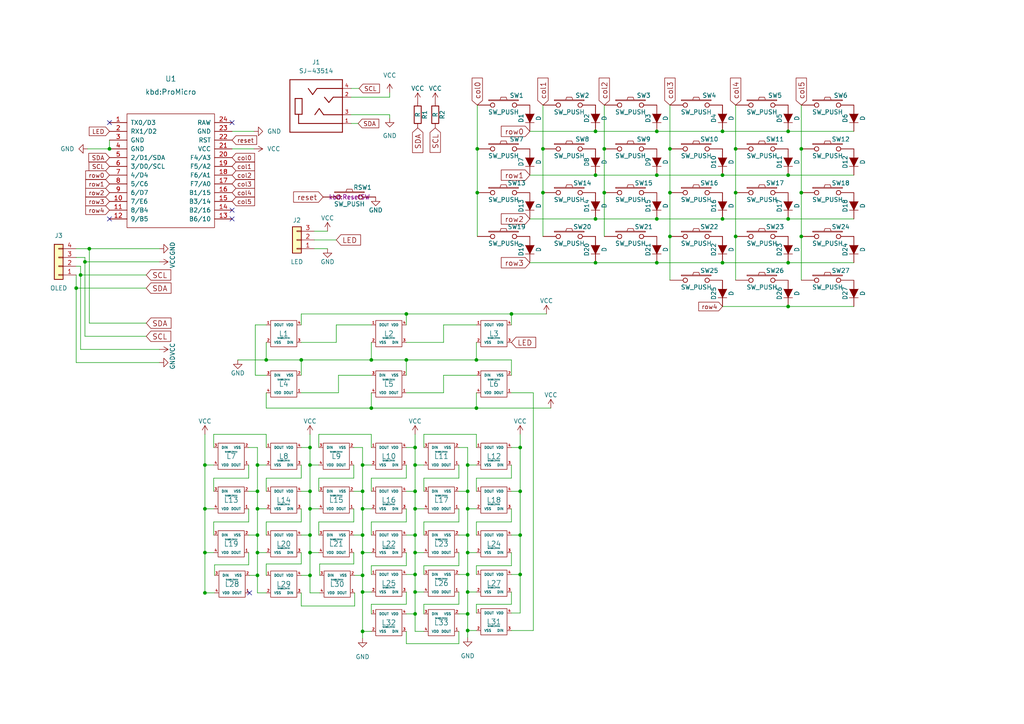
<source format=kicad_sch>
(kicad_sch (version 20211123) (generator eeschema)
  (paper "A4")
  (junction (at 228.6 76.2))
  (junction (at 105.156 142.494))
  (junction (at 138.43 55.88))
  (junction (at 77.216 104.394))
  (junction (at 228.6 38.1))
  (junction (at 175.26 43.18))
  (junction (at 209.55 63.5))
  (junction (at 148.336 91.059))
  (junction (at 135.636 142.494))
  (junction (at 209.55 50.8))
  (junction (at 172.72 76.2))
  (junction (at 120.396 142.494))
  (junction (at 105.156 134.874))
  (junction (at 89.916 147.574))
  (junction (at 209.55 38.1))
  (junction (at 232.41 68.58))
  (junction (at 59.436 147.574))
  (junction (at 213.36 55.88))
  (junction (at 194.31 43.18))
  (junction (at 228.6 50.8))
  (junction (at 105.156 155.194))
  (junction (at 74.676 142.494))
  (junction (at 120.396 160.274))
  (junction (at 23.368 79.756))
  (junction (at 190.5 50.8))
  (junction (at 157.48 55.88))
  (junction (at 74.676 134.874))
  (junction (at 138.176 118.364))
  (junction (at 172.72 38.1))
  (junction (at 107.696 104.394))
  (junction (at 87.376 104.394))
  (junction (at 228.6 63.5))
  (junction (at 190.5 38.1))
  (junction (at 25.908 72.136))
  (junction (at 89.916 134.874))
  (junction (at 138.176 104.394))
  (junction (at 150.876 142.494))
  (junction (at 105.156 160.274))
  (junction (at 89.916 160.274))
  (junction (at 105.156 183.134))
  (junction (at 213.36 68.58))
  (junction (at 232.41 43.18))
  (junction (at 172.72 50.8))
  (junction (at 135.636 178.054))
  (junction (at 59.436 171.958))
  (junction (at 209.55 76.2))
  (junction (at 24.638 75.946))
  (junction (at 117.856 91.059))
  (junction (at 120.396 147.574))
  (junction (at 105.156 171.704))
  (junction (at 135.636 182.88))
  (junction (at 117.856 104.394))
  (junction (at 228.6 88.9))
  (junction (at 190.5 63.5))
  (junction (at 120.396 171.704))
  (junction (at 22.098 83.566))
  (junction (at 89.916 166.878))
  (junction (at 74.676 147.574))
  (junction (at 89.916 129.794))
  (junction (at 135.636 134.874))
  (junction (at 135.636 155.194))
  (junction (at 74.676 155.194))
  (junction (at 74.676 160.274))
  (junction (at 150.876 166.624))
  (junction (at 135.636 171.704))
  (junction (at 150.876 129.794))
  (junction (at 213.36 43.18))
  (junction (at 120.396 129.794))
  (junction (at 59.436 160.274))
  (junction (at 120.396 166.624))
  (junction (at 120.396 134.874))
  (junction (at 120.396 178.054))
  (junction (at 135.636 160.274))
  (junction (at 107.696 118.364))
  (junction (at 31.75 43.18))
  (junction (at 175.26 55.88))
  (junction (at 190.5 76.2))
  (junction (at 120.396 155.194))
  (junction (at 59.436 134.874))
  (junction (at 157.48 43.18))
  (junction (at 105.156 147.574))
  (junction (at 172.72 63.5))
  (junction (at 150.876 155.194))
  (junction (at 138.43 43.18))
  (junction (at 89.916 142.494))
  (junction (at 232.41 55.88))
  (junction (at 194.31 55.88))
  (junction (at 135.636 147.574))
  (junction (at 74.676 166.878))
  (junction (at 105.156 166.878))
  (junction (at 135.636 166.624))
  (junction (at 89.916 155.194))
  (junction (at 194.31 68.58))
  (no_connect (at 72.39 171.958))
  (no_connect (at 67.31 35.56))
  (no_connect (at 67.31 63.5))
  (no_connect (at 67.31 60.96))
  (no_connect (at 31.75 63.5))
  (no_connect (at 31.75 35.56))
  (wire (pts (xy 77.216 125.984) (xy 61.976 125.984)))
  (wire (pts (xy 89.916 125.984) (xy 89.916 129.794)))
  (wire (pts (xy 138.176 104.394) (xy 148.336 104.394)))
  (wire (pts (xy 232.41 55.88) (xy 232.41 68.58)))
  (wire (pts (xy 22.098 105.156) (xy 46.228 105.156)))
  (wire (pts (xy 172.72 63.5) (xy 190.5 63.5)))
  (wire (pts (xy 22.098 79.756) (xy 22.098 83.566)))
  (wire (pts (xy 74.676 171.958) (xy 77.216 171.958)))
  (wire (pts (xy 77.216 118.364) (xy 107.696 118.364)))
  (wire (pts (xy 87.376 138.684) (xy 87.376 134.874)))
  (wire (pts (xy 117.856 175.26) (xy 107.696 175.26)))
  (wire (pts (xy 122.936 155.194) (xy 122.936 151.384)))
  (wire (pts (xy 120.396 171.704) (xy 120.396 178.054)))
  (wire (pts (xy 91.186 72.136) (xy 94.996 72.136)))
  (wire (pts (xy 148.336 175.26) (xy 138.176 175.26)))
  (wire (pts (xy 148.336 113.919) (xy 154.686 113.919)))
  (wire (pts (xy 190.5 50.8) (xy 209.55 50.8)))
  (wire (pts (xy 105.156 166.878) (xy 105.156 171.704)))
  (wire (pts (xy 74.676 134.874) (xy 74.676 142.494)))
  (wire (pts (xy 77.216 160.274) (xy 74.676 160.274)))
  (wire (pts (xy 105.156 155.194) (xy 105.156 160.274)))
  (wire (pts (xy 117.856 178.054) (xy 120.396 178.054)))
  (wire (pts (xy 228.6 38.1) (xy 247.65 38.1)))
  (wire (pts (xy 133.096 166.624) (xy 135.636 166.624)))
  (wire (pts (xy 77.216 163.576) (xy 77.216 166.878)))
  (wire (pts (xy 133.096 175.26) (xy 122.936 175.26)))
  (wire (pts (xy 107.696 113.919) (xy 107.696 118.364)))
  (wire (pts (xy 105.156 134.874) (xy 105.156 142.494)))
  (wire (pts (xy 22.098 77.216) (xy 23.368 77.216)))
  (wire (pts (xy 228.6 76.2) (xy 247.65 76.2)))
  (wire (pts (xy 89.916 142.494) (xy 89.916 147.574)))
  (wire (pts (xy 153.67 50.8) (xy 172.72 50.8)))
  (wire (pts (xy 135.636 182.88) (xy 135.636 184.912)))
  (wire (pts (xy 135.636 182.88) (xy 138.176 182.88)))
  (wire (pts (xy 72.136 151.384) (xy 72.136 147.574)))
  (wire (pts (xy 22.098 74.676) (xy 24.638 74.676)))
  (wire (pts (xy 59.436 147.574) (xy 59.436 160.274)))
  (wire (pts (xy 107.696 104.394) (xy 117.856 104.394)))
  (wire (pts (xy 148.336 151.384) (xy 148.336 147.574)))
  (wire (pts (xy 107.696 125.984) (xy 92.456 125.984)))
  (wire (pts (xy 135.636 171.704) (xy 135.636 178.054)))
  (wire (pts (xy 87.376 171.958) (xy 87.376 175.768)))
  (wire (pts (xy 87.376 163.576) (xy 77.216 163.576)))
  (wire (pts (xy 172.72 38.1) (xy 190.5 38.1)))
  (wire (pts (xy 120.396 155.194) (xy 120.396 160.274)))
  (wire (pts (xy 87.376 94.234) (xy 87.376 91.059)))
  (wire (pts (xy 77.216 134.874) (xy 74.676 134.874)))
  (wire (pts (xy 87.376 160.274) (xy 87.376 163.576)))
  (wire (pts (xy 135.636 178.054) (xy 135.636 182.88)))
  (wire (pts (xy 153.67 38.1) (xy 172.72 38.1)))
  (wire (pts (xy 72.136 142.494) (xy 74.676 142.494)))
  (wire (pts (xy 135.636 134.874) (xy 135.636 142.494)))
  (wire (pts (xy 77.216 151.384) (xy 87.376 151.384)))
  (wire (pts (xy 133.096 160.274) (xy 133.096 164.084)))
  (wire (pts (xy 175.26 55.88) (xy 175.26 68.58)))
  (wire (pts (xy 209.55 76.2) (xy 228.6 76.2)))
  (wire (pts (xy 105.156 183.134) (xy 107.696 183.134)))
  (wire (pts (xy 105.156 160.274) (xy 105.156 166.878)))
  (wire (pts (xy 107.696 164.084) (xy 107.696 166.624)))
  (wire (pts (xy 24.638 75.946) (xy 46.228 75.946)))
  (wire (pts (xy 232.41 30.48) (xy 232.41 43.18)))
  (wire (pts (xy 153.67 63.5) (xy 172.72 63.5)))
  (wire (pts (xy 117.856 166.624) (xy 120.396 166.624)))
  (wire (pts (xy 120.396 147.574) (xy 120.396 155.194)))
  (wire (pts (xy 172.72 50.8) (xy 190.5 50.8)))
  (wire (pts (xy 120.396 183.134) (xy 122.936 183.134)))
  (wire (pts (xy 194.31 43.18) (xy 194.31 55.88)))
  (wire (pts (xy 92.456 155.194) (xy 92.456 151.384)))
  (wire (pts (xy 107.696 129.794) (xy 107.696 125.984)))
  (wire (pts (xy 194.31 55.88) (xy 194.31 68.58)))
  (wire (pts (xy 72.136 160.274) (xy 72.136 163.83)))
  (wire (pts (xy 120.396 160.274) (xy 120.396 166.624)))
  (wire (pts (xy 77.216 94.234) (xy 74.041 94.234)))
  (wire (pts (xy 25.4 43.18) (xy 31.75 43.18)))
  (wire (pts (xy 24.638 74.676) (xy 24.638 75.946)))
  (wire (pts (xy 102.616 129.794) (xy 105.156 129.794)))
  (wire (pts (xy 77.216 129.794) (xy 77.216 125.984)))
  (wire (pts (xy 107.696 99.314) (xy 107.696 104.394)))
  (wire (pts (xy 74.676 166.878) (xy 74.676 171.958)))
  (wire (pts (xy 213.36 68.58) (xy 213.36 81.28)))
  (wire (pts (xy 59.436 160.274) (xy 61.976 160.274)))
  (wire (pts (xy 175.26 43.18) (xy 175.26 55.88)))
  (wire (pts (xy 102.616 160.274) (xy 102.616 163.576)))
  (wire (pts (xy 107.696 155.194) (xy 107.696 151.384)))
  (wire (pts (xy 135.636 129.794) (xy 135.636 134.874)))
  (wire (pts (xy 102.87 166.878) (xy 105.156 166.878)))
  (wire (pts (xy 117.856 104.394) (xy 138.176 104.394)))
  (wire (pts (xy 102.616 155.194) (xy 105.156 155.194)))
  (wire (pts (xy 107.696 94.234) (xy 97.536 94.234)))
  (wire (pts (xy 107.696 151.384) (xy 117.856 151.384)))
  (wire (pts (xy 72.136 155.194) (xy 74.676 155.194)))
  (wire (pts (xy 98.171 113.919) (xy 98.171 108.839)))
  (wire (pts (xy 62.23 163.83) (xy 62.23 166.878)))
  (wire (pts (xy 105.156 183.134) (xy 105.156 185.166)))
  (wire (pts (xy 68.961 104.394) (xy 77.216 104.394)))
  (wire (pts (xy 133.096 142.494) (xy 135.636 142.494)))
  (wire (pts (xy 59.436 160.274) (xy 59.436 171.958)))
  (wire (pts (xy 87.376 142.494) (xy 89.916 142.494)))
  (wire (pts (xy 128.651 94.234) (xy 128.651 99.314)))
  (wire (pts (xy 59.436 171.958) (xy 62.23 171.958)))
  (wire (pts (xy 148.336 164.084) (xy 148.336 160.274)))
  (wire (pts (xy 87.376 104.394) (xy 107.696 104.394)))
  (wire (pts (xy 102.616 142.494) (xy 105.156 142.494)))
  (wire (pts (xy 61.976 147.574) (xy 59.436 147.574)))
  (wire (pts (xy 213.36 30.48) (xy 213.36 43.18)))
  (wire (pts (xy 135.636 160.274) (xy 135.636 166.624)))
  (wire (pts (xy 148.336 166.624) (xy 150.876 166.624)))
  (wire (pts (xy 128.651 99.314) (xy 117.856 99.314)))
  (wire (pts (xy 157.48 43.18) (xy 157.48 55.88)))
  (wire (pts (xy 77.216 155.194) (xy 77.216 151.384)))
  (wire (pts (xy 148.336 94.234) (xy 148.336 91.059)))
  (wire (pts (xy 89.916 147.574) (xy 89.916 155.194)))
  (wire (pts (xy 74.676 155.194) (xy 74.676 160.274)))
  (wire (pts (xy 77.216 138.684) (xy 87.376 138.684)))
  (wire (pts (xy 133.096 129.794) (xy 135.636 129.794)))
  (wire (pts (xy 117.856 151.384) (xy 117.856 147.574)))
  (wire (pts (xy 24.638 97.536) (xy 42.418 97.536)))
  (wire (pts (xy 74.041 108.839) (xy 77.216 108.839)))
  (wire (pts (xy 122.936 125.984) (xy 122.936 129.794)))
  (wire (pts (xy 117.856 160.274) (xy 117.856 164.084)))
  (wire (pts (xy 209.55 50.8) (xy 228.6 50.8)))
  (wire (pts (xy 175.26 30.48) (xy 175.26 43.18)))
  (wire (pts (xy 148.336 104.394) (xy 148.336 108.839)))
  (wire (pts (xy 25.908 72.136) (xy 46.228 72.136)))
  (wire (pts (xy 67.31 38.1) (xy 73.66 38.1)))
  (wire (pts (xy 148.336 155.194) (xy 150.876 155.194)))
  (wire (pts (xy 133.096 151.384) (xy 133.096 147.574)))
  (wire (pts (xy 23.368 101.346) (xy 46.228 101.346)))
  (wire (pts (xy 92.456 147.574) (xy 89.916 147.574)))
  (wire (pts (xy 92.456 138.684) (xy 102.616 138.684)))
  (wire (pts (xy 209.55 38.1) (xy 228.6 38.1)))
  (wire (pts (xy 101.854 25.654) (xy 104.14 25.654)))
  (wire (pts (xy 101.854 33.274) (xy 113.03 33.274)))
  (wire (pts (xy 138.176 94.234) (xy 128.651 94.234)))
  (wire (pts (xy 89.916 160.274) (xy 92.456 160.274)))
  (wire (pts (xy 148.336 142.494) (xy 150.876 142.494)))
  (wire (pts (xy 228.6 88.9) (xy 247.65 88.9)))
  (wire (pts (xy 61.976 155.194) (xy 61.976 151.384)))
  (wire (pts (xy 61.976 125.984) (xy 61.976 129.794)))
  (wire (pts (xy 138.176 142.494) (xy 138.176 138.684)))
  (wire (pts (xy 117.856 171.704) (xy 117.856 175.26)))
  (wire (pts (xy 74.676 129.794) (xy 74.676 134.874)))
  (wire (pts (xy 150.876 129.794) (xy 150.876 142.494)))
  (wire (pts (xy 25.908 72.136) (xy 25.908 93.726)))
  (wire (pts (xy 113.03 33.274) (xy 113.03 34.29)))
  (wire (pts (xy 87.376 155.194) (xy 89.916 155.194)))
  (wire (pts (xy 98.171 108.839) (xy 107.696 108.839)))
  (wire (pts (xy 150.876 142.494) (xy 150.876 155.194)))
  (wire (pts (xy 102.616 138.684) (xy 102.616 134.874)))
  (wire (pts (xy 122.936 164.084) (xy 122.936 166.624)))
  (wire (pts (xy 107.696 118.364) (xy 138.176 118.364)))
  (wire (pts (xy 113.03 26.924) (xy 113.03 28.194)))
  (wire (pts (xy 87.376 91.059) (xy 117.856 91.059)))
  (wire (pts (xy 190.5 76.2) (xy 209.55 76.2)))
  (wire (pts (xy 61.976 134.874) (xy 59.436 134.874)))
  (wire (pts (xy 22.098 83.566) (xy 42.418 83.566)))
  (wire (pts (xy 148.336 171.704) (xy 148.336 175.26)))
  (wire (pts (xy 102.616 163.576) (xy 92.71 163.576)))
  (wire (pts (xy 133.096 138.684) (xy 133.096 134.874)))
  (wire (pts (xy 138.176 134.874) (xy 135.636 134.874)))
  (wire (pts (xy 87.376 108.839) (xy 87.376 104.394)))
  (wire (pts (xy 102.87 175.768) (xy 102.87 171.958)))
  (wire (pts (xy 105.156 147.574) (xy 105.156 155.194)))
  (wire (pts (xy 74.041 94.234) (xy 74.041 108.839)))
  (wire (pts (xy 120.396 142.494) (xy 120.396 147.574)))
  (wire (pts (xy 24.638 75.946) (xy 24.638 97.536)))
  (wire (pts (xy 209.55 63.5) (xy 228.6 63.5)))
  (wire (pts (xy 150.876 125.984) (xy 150.876 129.794)))
  (wire (pts (xy 89.916 171.958) (xy 92.71 171.958)))
  (wire (pts (xy 138.176 164.084) (xy 138.176 166.624)))
  (wire (pts (xy 91.186 69.596) (xy 97.536 69.596)))
  (wire (pts (xy 89.916 166.878) (xy 89.916 171.958)))
  (wire (pts (xy 228.6 50.8) (xy 247.65 50.8)))
  (wire (pts (xy 122.936 142.494) (xy 122.936 138.684)))
  (wire (pts (xy 120.396 178.054) (xy 120.396 183.134)))
  (wire (pts (xy 92.71 163.576) (xy 92.71 166.878)))
  (wire (pts (xy 122.936 175.26) (xy 122.936 178.054)))
  (wire (pts (xy 89.916 160.274) (xy 89.916 166.878)))
  (wire (pts (xy 190.5 63.5) (xy 209.55 63.5)))
  (wire (pts (xy 133.096 178.054) (xy 135.636 178.054)))
  (wire (pts (xy 74.676 147.574) (xy 74.676 155.194)))
  (wire (pts (xy 117.856 186.69) (xy 117.856 183.134)))
  (wire (pts (xy 72.136 163.83) (xy 62.23 163.83)))
  (wire (pts (xy 133.096 164.084) (xy 122.936 164.084)))
  (wire (pts (xy 138.176 160.274) (xy 135.636 160.274)))
  (wire (pts (xy 138.176 99.314) (xy 138.176 104.394)))
  (wire (pts (xy 92.456 151.384) (xy 102.616 151.384)))
  (wire (pts (xy 107.696 142.494) (xy 107.696 138.684)))
  (wire (pts (xy 92.456 125.984) (xy 92.456 129.794)))
  (wire (pts (xy 105.156 142.494) (xy 105.156 147.574)))
  (wire (pts (xy 74.676 142.494) (xy 74.676 147.574)))
  (wire (pts (xy 107.696 134.874) (xy 105.156 134.874)))
  (wire (pts (xy 89.916 134.874) (xy 89.916 142.494)))
  (wire (pts (xy 105.156 129.794) (xy 105.156 134.874)))
  (wire (pts (xy 148.336 177.8) (xy 150.876 177.8)))
  (wire (pts (xy 97.536 99.314) (xy 87.376 99.314)))
  (wire (pts (xy 117.856 113.919) (xy 128.651 113.919)))
  (wire (pts (xy 107.696 147.574) (xy 105.156 147.574)))
  (wire (pts (xy 87.376 151.384) (xy 87.376 147.574)))
  (wire (pts (xy 67.31 43.18) (xy 73.66 43.18)))
  (wire (pts (xy 135.636 155.194) (xy 135.636 160.274)))
  (wire (pts (xy 150.876 155.194) (xy 150.876 166.624)))
  (wire (pts (xy 25.908 93.726) (xy 42.418 93.726)))
  (wire (pts (xy 22.098 83.566) (xy 22.098 105.156)))
  (wire (pts (xy 138.176 138.684) (xy 148.336 138.684)))
  (wire (pts (xy 138.43 43.18) (xy 138.43 55.88)))
  (wire (pts (xy 77.216 104.394) (xy 87.376 104.394)))
  (wire (pts (xy 120.396 166.624) (xy 120.396 171.704)))
  (wire (pts (xy 107.696 160.274) (xy 105.156 160.274)))
  (wire (pts (xy 232.41 43.18) (xy 232.41 55.88)))
  (wire (pts (xy 120.396 134.874) (xy 120.396 142.494)))
  (wire (pts (xy 77.216 113.919) (xy 77.216 118.364)))
  (wire (pts (xy 117.856 91.059) (xy 148.336 91.059)))
  (wire (pts (xy 92.456 142.494) (xy 92.456 138.684)))
  (wire (pts (xy 23.368 77.216) (xy 23.368 79.756)))
  (wire (pts (xy 89.916 155.194) (xy 89.916 160.274)))
  (wire (pts (xy 117.856 155.194) (xy 120.396 155.194)))
  (wire (pts (xy 89.916 129.794) (xy 89.916 134.874)))
  (wire (pts (xy 135.636 166.624) (xy 135.636 171.704)))
  (wire (pts (xy 59.436 134.874) (xy 59.436 147.574)))
  (wire (pts (xy 77.216 99.314) (xy 77.216 104.394)))
  (wire (pts (xy 87.376 166.878) (xy 89.916 166.878)))
  (wire (pts (xy 157.48 55.88) (xy 157.48 68.58)))
  (wire (pts (xy 120.396 147.574) (xy 122.936 147.574)))
  (wire (pts (xy 148.336 138.684) (xy 148.336 134.874)))
  (wire (pts (xy 138.43 55.88) (xy 138.43 68.58)))
  (wire (pts (xy 61.976 138.684) (xy 72.136 138.684)))
  (wire (pts (xy 77.216 147.574) (xy 74.676 147.574)))
  (wire (pts (xy 194.31 68.58) (xy 194.31 81.28)))
  (wire (pts (xy 194.31 30.48) (xy 194.31 43.18)))
  (wire (pts (xy 72.136 138.684) (xy 72.136 134.874)))
  (wire (pts (xy 138.43 30.48) (xy 138.43 43.18)))
  (wire (pts (xy 148.336 129.794) (xy 150.876 129.794)))
  (wire (pts (xy 117.856 94.234) (xy 117.856 91.059)))
  (wire (pts (xy 105.156 171.704) (xy 105.156 183.134)))
  (wire (pts (xy 133.096 155.194) (xy 135.636 155.194)))
  (wire (pts (xy 122.936 138.684) (xy 133.096 138.684)))
  (wire (pts (xy 23.368 79.756) (xy 23.368 101.346)))
  (wire (pts (xy 77.216 142.494) (xy 77.216 138.684)))
  (wire (pts (xy 138.176 118.364) (xy 159.766 118.364)))
  (wire (pts (xy 61.976 151.384) (xy 72.136 151.384)))
  (wire (pts (xy 135.636 147.574) (xy 135.636 155.194)))
  (wire (pts (xy 232.41 68.58) (xy 232.41 81.28)))
  (wire (pts (xy 117.856 142.494) (xy 120.396 142.494)))
  (wire (pts (xy 117.856 129.794) (xy 120.396 129.794)))
  (wire (pts (xy 117.856 164.084) (xy 107.696 164.084)))
  (wire (pts (xy 120.396 171.704) (xy 122.936 171.704)))
  (wire (pts (xy 138.176 125.984) (xy 122.936 125.984)))
  (wire (pts (xy 87.376 129.794) (xy 89.916 129.794)))
  (wire (pts (xy 122.936 151.384) (xy 133.096 151.384)))
  (wire (pts (xy 97.536 94.234) (xy 97.536 99.314)))
  (wire (pts (xy 157.48 30.48) (xy 157.48 43.18)))
  (wire (pts (xy 128.651 113.919) (xy 128.651 108.839)))
  (wire (pts (xy 138.176 129.794) (xy 138.176 125.984)))
  (wire (pts (xy 153.67 76.2) (xy 172.72 76.2)))
  (wire (pts (xy 138.176 155.194) (xy 138.176 151.384)))
  (wire (pts (xy 72.39 166.878) (xy 74.676 166.878)))
  (wire (pts (xy 213.36 55.88) (xy 213.36 68.58)))
  (wire (pts (xy 120.396 160.274) (xy 122.936 160.274)))
  (wire (pts (xy 120.396 129.794) (xy 120.396 134.874)))
  (wire (pts (xy 61.976 142.494) (xy 61.976 138.684)))
  (wire (pts (xy 135.636 142.494) (xy 135.636 147.574)))
  (wire (pts (xy 138.176 147.574) (xy 135.636 147.574)))
  (wire (pts (xy 92.456 134.874) (xy 89.916 134.874)))
  (wire (pts (xy 133.096 186.69) (xy 117.856 186.69)))
  (wire (pts (xy 101.854 35.814) (xy 103.886 35.814)))
  (wire (pts (xy 154.686 113.919) (xy 154.686 182.88)))
  (wire (pts (xy 138.176 113.919) (xy 138.176 118.364)))
  (wire (pts (xy 138.176 151.384) (xy 148.336 151.384)))
  (wire (pts (xy 87.376 175.768) (xy 102.87 175.768)))
  (wire (pts (xy 72.136 129.794) (xy 74.676 129.794)))
  (wire (pts (xy 107.696 138.684) (xy 117.856 138.684)))
  (wire (pts (xy 138.176 175.26) (xy 138.176 177.8)))
  (wire (pts (xy 133.096 183.134) (xy 133.096 186.69)))
  (wire (pts (xy 117.856 138.684) (xy 117.856 134.874)))
  (wire (pts (xy 74.676 160.274) (xy 74.676 166.878)))
  (wire (pts (xy 228.6 63.5) (xy 247.65 63.5)))
  (wire (pts (xy 23.368 79.756) (xy 42.418 79.756)))
  (wire (pts (xy 120.396 125.984) (xy 120.396 129.794)))
  (wire (pts (xy 87.376 113.919) (xy 98.171 113.919)))
  (wire (pts (xy 31.75 40.64) (xy 31.75 43.18)))
  (wire (pts (xy 150.876 166.624) (xy 150.876 177.8)))
  (wire (pts (xy 91.186 67.056) (xy 94.996 67.056)))
  (wire (pts (xy 107.696 175.26) (xy 107.696 178.054)))
  (wire (pts (xy 128.651 108.839) (xy 138.176 108.839)))
  (wire (pts (xy 59.436 171.958) (xy 59.436 172.212)))
  (wire (pts (xy 148.336 182.88) (xy 154.686 182.88)))
  (wire (pts (xy 190.5 38.1) (xy 209.55 38.1)))
  (wire (pts (xy 120.396 134.874) (xy 122.936 134.874)))
  (wire (pts (xy 22.098 72.136) (xy 25.908 72.136)))
  (wire (pts (xy 117.856 108.839) (xy 117.856 104.394)))
  (wire (pts (xy 135.636 171.704) (xy 138.176 171.704)))
  (wire (pts (xy 133.096 171.704) (xy 133.096 175.26)))
  (wire (pts (xy 213.36 43.18) (xy 213.36 55.88)))
  (wire (pts (xy 148.336 91.059) (xy 158.496 91.059)))
  (wire (pts (xy 172.72 76.2) (xy 190.5 76.2)))
  (wire (pts (xy 148.336 164.084) (xy 138.176 164.084)))
  (wire (pts (xy 209.55 88.9) (xy 228.6 88.9)))
  (wire (pts (xy 101.854 28.194) (xy 113.03 28.194)))
  (wire (pts (xy 105.156 171.704) (xy 107.696 171.704)))
  (wire (pts (xy 59.436 125.984) (xy 59.436 134.874)))
  (wire (pts (xy 102.616 151.384) (xy 102.616 147.574)))
  (global_label "SCL" (shape input) (at 42.418 79.756 0) (effects (font (size 1.524 1.524))) (property "Intersheet References" "${INTERSHEET_REFS}" (effects hide)))
  (global_label "reset" (shape input) (at 67.31 40.64 0) (property "Intersheet References" "${INTERSHEET_REFS}" (effects hide)))
  (global_label "col4" (shape input) (at 213.36 30.48 90) (effects (font (size 1.524 1.524))) (property "Intersheet References" "${INTERSHEET_REFS}" (effects hide)))
  (global_label "SCL" (shape input) (at 31.75 48.26 180) (property "Intersheet References" "${INTERSHEET_REFS}" (effects hide)))
  (global_label "col5" (shape input) (at 67.31 58.42 0) (property "Intersheet References" "${INTERSHEET_REFS}" (effects hide)))
  (global_label "SDA" (shape input) (at 42.418 93.726 0) (effects (font (size 1.524 1.524))) (property "Intersheet References" "${INTERSHEET_REFS}" (effects hide)))
  (global_label "col2" (shape input) (at 175.26 30.48 90) (effects (font (size 1.524 1.524))) (property "Intersheet References" "${INTERSHEET_REFS}" (effects hide)))
  (global_label "row0" (shape input) (at 153.67 38.1 180) (effects (font (size 1.524 1.524))) (property "Intersheet References" "${INTERSHEET_REFS}" (effects hide)))
  (global_label "col3" (shape input) (at 67.31 53.34 0) (property "Intersheet References" "${INTERSHEET_REFS}" (effects hide)))
  (global_label "SCL" (shape input) (at 42.418 97.536 0) (effects (font (size 1.524 1.524))) (property "Intersheet References" "${INTERSHEET_REFS}" (effects hide)))
  (global_label "reset" (shape input) (at 93.726 57.15 180) (effects (font (size 1.524 1.524))) (property "Intersheet References" "${INTERSHEET_REFS}" (effects hide)))
  (global_label "row3" (shape input) (at 31.75 58.42 180) (property "Intersheet References" "${INTERSHEET_REFS}" (effects hide)))
  (global_label "SDA" (shape input) (at 42.418 83.566 0) (effects (font (size 1.524 1.524))) (property "Intersheet References" "${INTERSHEET_REFS}" (effects hide)))
  (global_label "row3" (shape input) (at 153.67 76.2 180) (effects (font (size 1.524 1.524))) (property "Intersheet References" "${INTERSHEET_REFS}" (effects hide)))
  (global_label "col1" (shape input) (at 157.48 30.48 90) (effects (font (size 1.524 1.524))) (property "Intersheet References" "${INTERSHEET_REFS}" (effects hide)))
  (global_label "row2" (shape input) (at 153.67 63.5 180) (effects (font (size 1.524 1.524))) (property "Intersheet References" "${INTERSHEET_REFS}" (effects hide)))
  (global_label "SCL" (shape input) (at 104.14 25.654 0) (property "Intersheet References" "${INTERSHEET_REFS}" (effects hide)))
  (global_label "LED" (shape input) (at 148.336 99.314 0) (effects (font (size 1.524 1.524))) (property "Intersheet References" "${INTERSHEET_REFS}" (effects hide)))
  (global_label "row4" (shape input) (at 31.75 60.96 180) (property "Intersheet References" "${INTERSHEET_REFS}" (effects hide)))
  (global_label "col5" (shape input) (at 232.41 30.48 90) (effects (font (size 1.524 1.524))) (property "Intersheet References" "${INTERSHEET_REFS}" (effects hide)))
  (global_label "col0" (shape input) (at 67.31 45.72 0) (property "Intersheet References" "${INTERSHEET_REFS}" (effects hide)))
  (global_label "col0" (shape input) (at 138.43 30.48 90) (effects (font (size 1.524 1.524))) (property "Intersheet References" "${INTERSHEET_REFS}" (effects hide)))
  (global_label "col2" (shape input) (at 67.31 50.8 0) (property "Intersheet References" "${INTERSHEET_REFS}" (effects hide)))
  (global_label "col4" (shape input) (at 67.31 55.88 0) (property "Intersheet References" "${INTERSHEET_REFS}" (effects hide)))
  (global_label "row4" (shape input) (at 209.55 88.9 180) (property "Intersheet References" "${INTERSHEET_REFS}" (effects hide)))
  (global_label "row1" (shape input) (at 31.75 53.34 180) (property "Intersheet References" "${INTERSHEET_REFS}" (effects hide)))
  (global_label "SDA" (shape input) (at 31.75 45.72 180) (property "Intersheet References" "${INTERSHEET_REFS}" (effects hide)))
  (global_label "row2" (shape input) (at 31.75 55.88 180) (property "Intersheet References" "${INTERSHEET_REFS}" (effects hide)))
  (global_label "row1" (shape input) (at 153.67 50.8 180) (effects (font (size 1.524 1.524))) (property "Intersheet References" "${INTERSHEET_REFS}" (effects hide)))
  (global_label "SDA" (shape input) (at 121.158 37.084 270) (effects (font (size 1.524 1.524))) (property "Intersheet References" "${INTERSHEET_REFS}" (effects hide)))
  (global_label "SCL" (shape input) (at 126.238 37.084 270) (effects (font (size 1.524 1.524))) (property "Intersheet References" "${INTERSHEET_REFS}" (effects hide)))
  (global_label "LED" (shape input) (at 31.75 38.1 180) (property "Intersheet References" "${INTERSHEET_REFS}" (effects hide)))
  (global_label "SDA" (shape input) (at 103.886 35.814 0) (property "Intersheet References" "${INTERSHEET_REFS}" (effects hide)))
  (global_label "col3" (shape input) (at 194.31 30.48 90) (effects (font (size 1.524 1.524))) (property "Intersheet References" "${INTERSHEET_REFS}" (effects hide)))
  (global_label "col1" (shape input) (at 67.31 48.26 0) (property "Intersheet References" "${INTERSHEET_REFS}" (effects hide)))
  (global_label "row0" (shape input) (at 31.75 50.8 180) (property "Intersheet References" "${INTERSHEET_REFS}" (effects hide)))
  (global_label "LED" (shape input) (at 97.536 69.596 0) (effects (font (size 1.524 1.524))) (property "Intersheet References" "${INTERSHEET_REFS}" (effects hide)))
  (symbol (lib_id "kbd:SK6812MINI") (at 112.776 111.379 180) (unit 1)
    (property "Reference" "L5" (at 112.776 111.379 0) (effects (font (size 1.4986 1.4986))))
    (property "Value" "SK6812MINI" (at 112.776 110.109 0) (effects (font (size 0.4064 0.4064))))
    (property "Footprint" "kbd:SK6812MINI_underglow_rev" (effects hide))
  )
  (symbol (lib_id "lets_split-rescue:SW_PUSH") (at 146.05 30.48 0) (unit 1)
    (property "Reference" "SW1" (at 149.86 27.686 0))
    (property "Value" "SW_PUSH" (at 146.05 32.512 0))
    (property "Footprint" "kbd:MX_ALPS_PG1350_noLed" (effects hide))
  )
  (symbol (lib_id "lets_split-rescue:SW_PUSH") (at 165.1 68.58 0) (unit 1)
    (property "Reference" "SW20" (at 168.91 65.786 0))
    (property "Value" "SW_PUSH" (at 165.1 70.612 0))
    (property "Footprint" "kbd:MX_ALPS_PG1350_noLed" (effects hide))
  )
  (symbol (lib_id "lets_split-rescue:D") (at 247.65 34.29 90) (unit 1)
    (property "Reference" "D6" (at 245.11 34.29 0))
    (property "Value" "D" (at 250.19 34.29 0))
    (property "Footprint" "kbd:D3_TH_SMD" (effects hide))
  )
  (symbol (lib_id "lets_split-rescue:SW_PUSH") (at 182.88 30.48 0) (unit 1)
    (property "Reference" "SW3" (at 186.69 27.686 0))
    (property "Value" "SW_PUSH" (at 182.88 32.512 0))
    (property "Footprint" "kbd:MX_ALPS_PG1350_noLed" (effects hide))
  )
  (symbol (lib_id "lets_split-rescue:D") (at 228.6 34.29 90) (unit 1)
    (property "Reference" "D5" (at 226.06 34.29 0))
    (property "Value" "D" (at 231.14 34.29 0))
    (property "Footprint" "kbd:D3_TH_SMD" (effects hide))
  )
  (symbol (lib_id "kbd:SK6812MINI") (at 97.536 145.034 180) (unit 1)
    (property "Reference" "L15" (at 97.536 145.034 0) (effects (font (size 1.4986 1.4986))))
    (property "Value" "SK6812MINI" (at 97.536 143.764 0) (effects (font (size 0.4064 0.4064))))
    (property "Footprint" "kbd:SK6812MINI_rev" (effects hide))
  )
  (symbol (lib_id "lets_split-rescue:D") (at 172.72 72.39 90) (unit 1)
    (property "Reference" "D20" (at 170.18 72.39 0))
    (property "Value" "D" (at 175.26 72.39 0))
    (property "Footprint" "kbd:D3_TH_SMD" (effects hide))
  )
  (symbol (lib_id "lets_split-rescue:D") (at 172.72 46.99 90) (unit 1)
    (property "Reference" "D8" (at 170.18 46.99 0))
    (property "Value" "D" (at 175.26 46.99 0))
    (property "Footprint" "kbd:D3_TH_SMD" (effects hide))
  )
  (symbol (lib_id "kbd:SK6812MINI") (at 143.256 96.774 0) (unit 1)
    (property "Reference" "L3" (at 143.256 96.774 0) (effects (font (size 1.4986 1.4986))))
    (property "Value" "SK6812MINI" (at 143.256 98.044 0) (effects (font (size 0.4064 0.4064))))
    (property "Footprint" "kbd:SK6812MINI_underglow_rev" (effects hide))
  )
  (symbol (lib_id "lets_split-rescue:D") (at 247.65 59.69 90) (unit 1)
    (property "Reference" "D18" (at 245.11 59.69 0))
    (property "Value" "D" (at 250.19 59.69 0))
    (property "Footprint" "kbd:D3_TH_SMD" (effects hide))
  )
  (symbol (lib_id "power:VCC") (at 159.766 118.364 0) (unit 1)
    (property "Reference" "#PWR0101" (effects hide))
    (property "Value" "VCC" (at 159.766 114.554 0))
  )
  (symbol (lib_id "lets_split-rescue:D") (at 153.67 59.69 90) (unit 1)
    (property "Reference" "D13" (at 151.13 59.69 0))
    (property "Value" "D" (at 156.21 59.69 0))
    (property "Footprint" "kbd:D3_TH_SMD" (effects hide))
  )
  (symbol (lib_id "lets_split-rescue:D") (at 190.5 59.69 90) (unit 1)
    (property "Reference" "D15" (at 187.96 59.69 0))
    (property "Value" "D" (at 193.04 59.69 0))
    (property "Footprint" "kbd:D3_TH_SMD" (effects hide))
  )
  (symbol (lib_id "kbd:SK6812MINI") (at 128.016 145.034 180) (unit 1)
    (property "Reference" "L17" (at 128.016 145.034 0) (effects (font (size 1.4986 1.4986))))
    (property "Value" "SK6812MINI" (at 128.016 143.764 0) (effects (font (size 0.4064 0.4064))))
    (property "Footprint" "kbd:SK6812MINI_rev" (effects hide))
  )
  (symbol (lib_id "kbd:SK6812MINI") (at 82.296 169.418 0) (unit 1)
    (property "Reference" "L29" (at 82.296 169.418 0) (effects (font (size 1.4986 1.4986))))
    (property "Value" "SK6812MINI" (at 82.296 170.688 0) (effects (font (size 0.4064 0.4064))))
    (property "Footprint" "kbd:SK6812MINI_rev" (effects hide))
  )
  (symbol (lib_id "lets_split-rescue:SW_PUSH") (at 240.03 55.88 0) (unit 1)
    (property "Reference" "SW18" (at 243.84 53.086 0))
    (property "Value" "SW_PUSH" (at 240.03 57.912 0))
    (property "Footprint" "kbd:MX_ALPS_PG1350_noLed" (effects hide))
  )
  (symbol (lib_id "lets_split-rescue:SW_PUSH") (at 146.05 43.18 0) (unit 1)
    (property "Reference" "SW7" (at 149.86 40.386 0))
    (property "Value" "SW_PUSH" (at 146.05 45.212 0))
    (property "Footprint" "kbd:MX_ALPS_PG1350_noLed" (effects hide))
  )
  (symbol (lib_id "corne-classic-cache:kbd{colon}SW_PUSH") (at 101.346 57.15 0) (unit 1)
    (property "Reference" "RSW1" (at 105.156 54.356 0))
    (property "Value" "SW_PUSH" (at 101.346 59.182 0))
    (property "Footprint" "kbd:ResetSW" (at 101.346 57.15 0))
  )
  (symbol (lib_id "power:VCC") (at 94.996 67.056 0) (unit 1)
    (property "Reference" "#PWR0117" (effects hide))
    (property "Value" "VCC" (at 94.996 63.246 0))
  )
  (symbol (lib_id "power:VCC") (at 121.158 29.464 0) (unit 1)
    (property "Reference" "#PWR0119" (effects hide))
    (property "Value" "VCC" (at 121.158 25.654 0))
  )
  (symbol (lib_id "power:GND") (at 94.996 72.136 0) (unit 1)
    (property "Reference" "#PWR0118" (effects hide))
    (property "Value" "GND" (at 94.996 75.946 0))
  )
  (symbol (lib_id "lets_split-rescue:SW_PUSH") (at 220.98 43.18 0) (unit 1)
    (property "Reference" "SW11" (at 224.79 40.386 0))
    (property "Value" "SW_PUSH" (at 220.98 45.212 0))
    (property "Footprint" "kbd:MX_ALPS_PG1350_noLed" (effects hide))
  )
  (symbol (lib_id "lets_split-rescue:D") (at 153.67 34.29 90) (unit 1)
    (property "Reference" "D1" (at 151.13 34.29 0))
    (property "Value" "D" (at 156.21 34.29 0))
    (property "Footprint" "kbd:D3_TH_SMD" (effects hide))
  )
  (symbol (lib_id "kbd:SK6812MINI") (at 128.016 169.164 180) (unit 1)
    (property "Reference" "L26" (at 128.016 169.164 0) (effects (font (size 1.4986 1.4986))))
    (property "Value" "SK6812MINI" (at 128.016 167.894 0) (effects (font (size 0.4064 0.4064))))
    (property "Footprint" "kbd:SK6812MINI_rev" (effects hide))
  )
  (symbol (lib_id "lets_split-rescue:SW_PUSH") (at 146.05 68.58 0) (unit 1)
    (property "Reference" "SW19" (at 149.86 65.786 0))
    (property "Value" "SW_PUSH" (at 146.05 70.612 0))
    (property "Footprint" "kbd:MX_ALPS_PG1350_noLed" (effects hide))
  )
  (symbol (lib_id "kbd:SK6812MINI") (at 112.776 132.334 0) (unit 1)
    (property "Reference" "L10" (at 112.776 132.334 0) (effects (font (size 1.4986 1.4986))))
    (property "Value" "SK6812MINI" (at 112.776 133.604 0) (effects (font (size 0.4064 0.4064))))
    (property "Footprint" "kbd:SK6812MINI_rev" (effects hide))
  )
  (symbol (lib_id "lets_split-rescue:D") (at 172.72 59.69 90) (unit 1)
    (property "Reference" "D14" (at 170.18 59.69 0))
    (property "Value" "D" (at 175.26 59.69 0))
    (property "Footprint" "kbd:D3_TH_SMD" (effects hide))
  )
  (symbol (lib_id "kbd:SK6812MINI") (at 97.536 157.734 180) (unit 1)
    (property "Reference" "L21" (at 97.536 157.734 0) (effects (font (size 1.4986 1.4986))))
    (property "Value" "SK6812MINI" (at 97.536 156.464 0) (effects (font (size 0.4064 0.4064))))
    (property "Footprint" "kbd:SK6812MINI_rev" (effects hide))
  )
  (symbol (lib_id "kbd:SK6812MINI") (at 112.776 96.774 0) (unit 1)
    (property "Reference" "L2" (at 112.776 96.774 0) (effects (font (size 1.4986 1.4986))))
    (property "Value" "SK6812MINI" (at 112.776 98.044 0) (effects (font (size 0.4064 0.4064))))
    (property "Footprint" "kbd:SK6812MINI_underglow_rev" (effects hide))
  )
  (symbol (lib_id "lets_split-rescue:SW_PUSH") (at 182.88 55.88 0) (unit 1)
    (property "Reference" "SW15" (at 186.69 53.086 0))
    (property "Value" "SW_PUSH" (at 182.88 57.912 0))
    (property "Footprint" "kbd:MX_ALPS_PG1350_noLed" (effects hide))
  )
  (symbol (lib_id "kbd:SK6812MINI") (at 112.776 157.734 0) (unit 1)
    (property "Reference" "L22" (at 112.776 157.734 0) (effects (font (size 1.4986 1.4986))))
    (property "Value" "SK6812MINI" (at 112.776 159.004 0) (effects (font (size 0.4064 0.4064))))
    (property "Footprint" "kbd:SK6812MINI_rev" (effects hide))
  )
  (symbol (lib_id "power:GND") (at 113.03 34.29 0) (unit 1)
    (property "Reference" "#PWR0116" (effects hide))
    (property "Value" "GND" (at 113.03 39.37 0))
  )
  (symbol (lib_id "Device:R") (at 126.238 33.274 0) (unit 1)
    (property "Reference" "R2" (at 128.27 33.274 90))
    (property "Value" "R" (at 126.238 33.274 90))
    (property "Footprint" "kbd:R" (effects hide))
  )
  (symbol (lib_id "power:VCC") (at 89.916 125.984 0) (unit 1)
    (property "Reference" "#PWR0105" (effects hide))
    (property "Value" "VCC" (at 89.916 122.174 0))
  )
  (symbol (lib_id "Connector_Generic:Conn_01x04") (at 17.018 77.216 180) (unit 1)
    (property "Reference" "J3" (at 17.018 68.326 0))
    (property "Value" "OLED" (at 17.018 83.566 0))
    (property "Footprint" "kbd:OLED" (effects hide))
  )
  (symbol (lib_id "lets_split-rescue:D") (at 228.6 72.39 90) (unit 1)
    (property "Reference" "D23" (at 226.06 72.39 0))
    (property "Value" "D" (at 231.14 72.39 0))
    (property "Footprint" "kbd:D3_TH_SMD" (effects hide))
  )
  (symbol (lib_id "power:GND") (at 135.636 184.912 0) (unit 1)
    (property "Reference" "#PWR0109" (effects hide))
    (property "Value" "GND" (at 135.636 190.246 0))
  )
  (symbol (lib_id "lets_split-rescue:SW_PUSH") (at 165.1 55.88 0) (unit 1)
    (property "Reference" "SW14" (at 168.91 53.086 0))
    (property "Value" "SW_PUSH" (at 165.1 57.912 0))
    (property "Footprint" "kbd:MX_ALPS_PG1350_noLed" (effects hide))
  )
  (symbol (lib_id "lets_split-rescue:SW_PUSH") (at 182.88 68.58 0) (unit 1)
    (property "Reference" "SW21" (at 186.69 65.786 0))
    (property "Value" "SW_PUSH" (at 182.88 70.612 0))
    (property "Footprint" "kbd:MX_ALPS_PG1350_noLed" (effects hide))
  )
  (symbol (lib_id "lets_split-rescue:SW_PUSH") (at 220.98 55.88 0) (unit 1)
    (property "Reference" "SW17" (at 224.79 53.086 0))
    (property "Value" "SW_PUSH" (at 220.98 57.912 0))
    (property "Footprint" "kbd:MX_ALPS_PG1350_noLed" (effects hide))
  )
  (symbol (lib_id "lets_split-rescue:SW_PUSH") (at 182.88 43.18 0) (unit 1)
    (property "Reference" "SW9" (at 186.69 40.386 0))
    (property "Value" "SW_PUSH" (at 182.88 45.212 0))
    (property "Footprint" "kbd:MX_ALPS_PG1350_noLed" (effects hide))
  )
  (symbol (lib_id "lets_split-rescue:D") (at 153.67 72.39 90) (unit 1)
    (property "Reference" "D19" (at 151.13 72.39 0))
    (property "Value" "D" (at 156.21 72.39 0))
    (property "Footprint" "kbd:D3_TH_SMD" (effects hide))
  )
  (symbol (lib_id "lets_split-rescue:SW_PUSH") (at 146.05 55.88 0) (unit 1)
    (property "Reference" "SW13" (at 149.86 53.086 0))
    (property "Value" "SW_PUSH" (at 146.05 57.912 0))
    (property "Footprint" "kbd:MX_ALPS_PG1350_noLed" (effects hide))
  )
  (symbol (lib_id "kbd:ProMicro") (at 49.53 49.53 0) (unit 1)
    (property "Reference" "U1" (at 49.53 22.86 0) (effects (font (size 1.524 1.524))))
    (property "Value" "kbd:ProMicro" (at 49.53 26.67 0) (effects (font (size 1.524 1.524))))
    (property "Footprint" "kbd:ProMicro_v2" (effects hide))
  )
  (symbol (lib_id "power:VCC") (at 158.496 91.059 0) (unit 1)
    (property "Reference" "#PWR0104" (effects hide))
    (property "Value" "VCC" (at 158.496 87.249 0))
  )
  (symbol (lib_id "Connector_Generic:Conn_01x03") (at 86.106 69.596 180) (unit 1)
    (property "Reference" "J2" (at 86.106 63.881 0))
    (property "Value" "LED" (at 86.106 75.946 0))
    (property "Footprint" "kbd:StripLED_rev" (effects hide))
  )
  (symbol (lib_id "power:VCC") (at 73.66 43.18 270) (unit 1)
    (property "Reference" "#PWR0121" (effects hide))
    (property "Value" "VCC" (at 77.47 43.1799 90) (effects (justify left)))
  )
  (symbol (lib_id "kbd:SK6812MINI") (at 143.256 157.734 0) (unit 1)
    (property "Reference" "L24" (at 143.256 157.734 0) (effects (font (size 1.4986 1.4986))))
    (property "Value" "SK6812MINI" (at 143.256 159.004 0) (effects (font (size 0.4064 0.4064))))
    (property "Footprint" "kbd:SK6812MINI_rev" (effects hide))
  )
  (symbol (lib_id "lets_split-rescue:D") (at 209.55 59.69 90) (unit 1)
    (property "Reference" "D16" (at 207.01 59.69 0))
    (property "Value" "D" (at 212.09 59.69 0))
    (property "Footprint" "kbd:D3_TH_SMD" (effects hide))
  )
  (symbol (lib_id "lets_split-rescue:SW_PUSH") (at 201.93 30.48 0) (unit 1)
    (property "Reference" "SW4" (at 205.74 27.686 0))
    (property "Value" "SW_PUSH" (at 201.93 32.512 0))
    (property "Footprint" "kbd:MX_ALPS_PG1350_noLed" (effects hide))
  )
  (symbol (lib_id "lets_split-rescue:D") (at 209.55 34.29 90) (unit 1)
    (property "Reference" "D4" (at 207.01 34.29 0))
    (property "Value" "D" (at 212.09 34.29 0))
    (property "Footprint" "kbd:D3_TH_SMD" (effects hide))
  )
  (symbol (lib_id "power:VCC") (at 46.228 75.946 270) (unit 1)
    (property "Reference" "#PWR0111" (effects hide))
    (property "Value" "VCC" (at 50.038 75.946 0))
  )
  (symbol (lib_id "kbd:SK6812MINI") (at 67.31 169.418 180) (unit 1)
    (property "Reference" "L28" (at 67.31 169.418 0) (effects (font (size 1.4986 1.4986))))
    (property "Value" "SK6812MINI" (at 67.31 168.148 0) (effects (font (size 0.4064 0.4064))))
    (property "Footprint" "kbd:SK6812MINI_rev" (effects hide))
  )
  (symbol (lib_id "kbd:SK6812MINI") (at 67.056 145.034 180) (unit 1)
    (property "Reference" "L13" (at 67.056 145.034 0) (effects (font (size 1.4986 1.4986))))
    (property "Value" "SK6812MINI" (at 67.056 143.764 0) (effects (font (size 0.4064 0.4064))))
    (property "Footprint" "kbd:SK6812MINI_rev" (effects hide))
  )
  (symbol (lib_id "kbd:SK6812MINI") (at 82.296 145.034 0) (unit 1)
    (property "Reference" "L14" (at 82.296 145.034 0) (effects (font (size 1.4986 1.4986))))
    (property "Value" "SK6812MINI" (at 82.296 146.304 0) (effects (font (size 0.4064 0.4064))))
    (property "Footprint" "kbd:SK6812MINI_rev" (effects hide))
  )
  (symbol (lib_id "lets_split-rescue:SW_PUSH") (at 240.03 30.48 0) (unit 1)
    (property "Reference" "SW6" (at 243.84 27.686 0))
    (property "Value" "SW_PUSH" (at 240.03 32.512 0))
    (property "Footprint" "kbd:MX_ALPS_PG1350_noLed" (effects hide))
  )
  (symbol (lib_id "lets_split-rescue:D") (at 247.65 85.09 90) (unit 1)
    (property "Reference" "D27" (at 245.11 85.09 0))
    (property "Value" "D" (at 250.19 85.09 0))
    (property "Footprint" "kbd:D3_TH_SMD" (effects hide))
  )
  (symbol (lib_id "power:GND") (at 108.966 57.15 0) (unit 1)
    (property "Reference" "#PWR0120" (effects hide))
    (property "Value" "GND" (at 108.966 60.96 0))
  )
  (symbol (lib_id "lets_split-rescue:D") (at 190.5 72.39 90) (unit 1)
    (property "Reference" "D21" (at 187.96 72.39 0))
    (property "Value" "D" (at 193.04 72.39 0))
    (property "Footprint" "kbd:D3_TH_SMD" (effects hide))
  )
  (symbol (lib_id "kbd:SK6812MINI") (at 97.536 132.334 180) (unit 1)
    (property "Reference" "L9" (at 97.536 132.334 0) (effects (font (size 1.4986 1.4986))))
    (property "Value" "SK6812MINI" (at 97.536 131.064 0) (effects (font (size 0.4064 0.4064))))
    (property "Footprint" "kbd:SK6812MINI_rev" (effects hide))
  )
  (symbol (lib_id "power:GND") (at 46.228 72.136 90) (unit 1)
    (property "Reference" "#PWR0110" (effects hide))
    (property "Value" "GND" (at 50.038 72.136 0))
  )
  (symbol (lib_id "lets_split-rescue:SW_PUSH") (at 220.98 81.28 0) (unit 1)
    (property "Reference" "SW26" (at 224.79 78.486 0))
    (property "Value" "SW_PUSH" (at 220.98 83.312 0))
    (property "Footprint" "kbd:MX_ALPS_PG1350_noLed" (effects hide))
  )
  (symbol (lib_id "lets_split-rescue:D") (at 228.6 85.09 90) (unit 1)
    (property "Reference" "D26" (at 226.06 85.09 0))
    (property "Value" "D" (at 231.14 85.09 0))
    (property "Footprint" "kbd:D3_TH_SMD" (effects hide))
  )
  (symbol (lib_id "lets_split-rescue:D") (at 209.55 46.99 90) (unit 1)
    (property "Reference" "D10" (at 207.01 46.99 0))
    (property "Value" "D" (at 212.09 46.99 0))
    (property "Footprint" "kbd:D3_TH_SMD" (effects hide))
  )
  (symbol (lib_id "power:VCC") (at 113.03 26.924 0) (unit 1)
    (property "Reference" "#PWR0115" (effects hide))
    (property "Value" "VCC" (at 113.03 21.844 0))
  )
  (symbol (lib_id "kbd:SK6812MINI") (at 143.256 145.034 0) (unit 1)
    (property "Reference" "L18" (at 143.256 145.034 0) (effects (font (size 1.4986 1.4986))))
    (property "Value" "SK6812MINI" (at 143.256 146.304 0) (effects (font (size 0.4064 0.4064))))
    (property "Footprint" "kbd:SK6812MINI_rev" (effects hide))
  )
  (symbol (lib_id "lets_split-rescue:D") (at 228.6 59.69 90) (unit 1)
    (property "Reference" "D17" (at 226.06 59.69 0))
    (property "Value" "D" (at 231.14 59.69 0))
    (property "Footprint" "kbd:D3_TH_SMD" (effects hide))
  )
  (symbol (lib_id "lets_split-rescue:SW_PUSH") (at 165.1 43.18 0) (unit 1)
    (property "Reference" "SW8" (at 168.91 40.386 0))
    (property "Value" "SW_PUSH" (at 165.1 45.212 0))
    (property "Footprint" "kbd:MX_ALPS_PG1350_noLed" (effects hide))
  )
  (symbol (lib_id "kbd:SK6812MINI") (at 128.016 157.734 180) (unit 1)
    (property "Reference" "L23" (at 128.016 157.734 0) (effects (font (size 1.4986 1.4986))))
    (property "Value" "SK6812MINI" (at 128.016 156.464 0) (effects (font (size 0.4064 0.4064))))
    (property "Footprint" "kbd:SK6812MINI_rev" (effects hide))
  )
  (symbol (lib_id "power:VCC") (at 46.228 101.346 270) (unit 1)
    (property "Reference" "#PWR0112" (effects hide))
    (property "Value" "VCC" (at 50.038 101.346 0))
  )
  (symbol (lib_id "kbd:SK6812MINI") (at 143.256 180.34 0) (unit 1)
    (property "Reference" "L31" (at 143.256 180.34 0) (effects (font (size 1.4986 1.4986))))
    (property "Value" "SK6812MINI" (at 143.256 181.61 0) (effects (font (size 0.4064 0.4064))))
    (property "Footprint" "kbd:SK6812MINI_rev" (effects hide))
  )
  (symbol (lib_id "kbd:SK6812MINI") (at 82.296 96.774 0) (unit 1)
    (property "Reference" "L1" (at 82.296 96.774 0) (effects (font (size 1.4986 1.4986))))
    (property "Value" "SK6812MINI" (at 82.296 98.044 0) (effects (font (size 0.4064 0.4064))))
    (property "Footprint" "kbd:SK6812MINI_underglow_rev" (effects hide))
  )
  (symbol (lib_id "power:GND") (at 68.961 104.394 0) (unit 1)
    (property "Reference" "#PWR0106" (effects hide))
    (property "Value" "GND" (at 68.961 108.204 0))
  )
  (symbol (lib_id "power:GND") (at 73.66 38.1 90) (unit 1)
    (property "Reference" "#PWR0122" (effects hide))
    (property "Value" "GND" (at 77.47 38.0999 90) (effects (justify right)))
  )
  (symbol (lib_id "kbd:SK6812MINI") (at 112.776 169.164 0) (unit 1)
    (property "Reference" "L25" (at 112.776 169.164 0) (effects (font (size 1.4986 1.4986))))
    (property "Value" "SK6812MINI" (at 112.776 170.434 0) (effects (font (size 0.4064 0.4064))))
    (property "Footprint" "kbd:SK6812MINI_rev" (effects hide))
  )
  (symbol (lib_id "kbd:SK6812MINI") (at 143.256 169.164 0) (unit 1)
    (property "Reference" "L27" (at 143.256 169.164 0) (effects (font (size 1.4986 1.4986))))
    (property "Value" "SK6812MINI" (at 143.256 170.434 0) (effects (font (size 0.4064 0.4064))))
    (property "Footprint" "kbd:SK6812MINI_rev" (effects hide))
  )
  (symbol (lib_id "lets_split-rescue:SW_PUSH") (at 240.03 68.58 0) (unit 1)
    (property "Reference" "SW24" (at 243.84 65.786 0))
    (property "Value" "SW_PUSH" (at 240.03 70.612 0))
    (property "Footprint" "kbd:MX_ALPS_PG1350_noLed" (effects hide))
  )
  (symbol (lib_id "lets_split-rescue:SW_PUSH") (at 240.03 81.28 0) (unit 1)
    (property "Reference" "SW27" (at 243.84 78.486 0))
    (property "Value" "SW_PUSH" (at 240.03 83.312 0))
    (property "Footprint" "kbd:MX_ALPS_PG1350_noLed_1.75u" (effects hide))
  )
  (symbol (lib_id "power:GND") (at 105.156 185.166 0) (unit 1)
    (property "Reference" "#PWR0108" (effects hide))
    (property "Value" "GND" (at 105.156 190.5 0))
  )
  (symbol (lib_id "kbd:SK6812MINI") (at 97.79 169.418 180) (unit 1)
    (property "Reference" "L30" (at 97.79 169.418 0) (effects (font (size 1.4986 1.4986))))
    (property "Value" "SK6812MINI" (at 97.79 168.148 0) (effects (font (size 0.4064 0.4064))))
    (property "Footprint" "kbd:SK6812MINI_rev" (effects hide))
  )
  (symbol (lib_id "lets_split-rescue:SW_PUSH") (at 201.93 43.18 0) (unit 1)
    (property "Reference" "SW10" (at 205.74 40.386 0))
    (property "Value" "SW_PUSH" (at 201.93 45.212 0))
    (property "Footprint" "kbd:MX_ALPS_PG1350_noLed" (effects hide))
  )
  (symbol (lib_id "lets_split-rescue:D") (at 228.6 46.99 90) (unit 1)
    (property "Reference" "D11" (at 226.06 46.99 0))
    (property "Value" "D" (at 231.14 46.99 0))
    (property "Footprint" "kbd:D3_TH_SMD" (effects hide))
  )
  (symbol (lib_id "power:GND") (at 25.4 43.18 270) (unit 1)
    (property "Reference" "#PWR0123" (effects hide))
    (property "Value" "GND" (at 21.59 43.1799 90) (effects (justify right)))
  )
  (symbol (lib_id "lets_split-rescue:SW_PUSH") (at 220.98 30.48 0) (unit 1)
    (property "Reference" "SW5" (at 224.79 27.686 0))
    (property "Value" "SW_PUSH" (at 220.98 32.512 0))
    (property "Footprint" "kbd:MX_ALPS_PG1350_noLed" (effects hide))
  )
  (symbol (lib_id "lets_split-rescue:D") (at 247.65 72.39 90) (unit 1)
    (property "Reference" "D24" (at 245.11 72.39 0))
    (property "Value" "D" (at 250.19 72.39 0))
    (property "Footprint" "kbd:D3_TH_SMD" (effects hide))
  )
  (symbol (lib_id "lets_split-rescue:SW_PUSH") (at 165.1 30.48 0) (unit 1)
    (property "Reference" "SW2" (at 168.91 27.686 0))
    (property "Value" "SW_PUSH" (at 165.1 32.512 0))
    (property "Footprint" "kbd:MX_ALPS_PG1350_noLed" (effects hide))
  )
  (symbol (lib_id "lets_split-rescue:D") (at 190.5 46.99 90) (unit 1)
    (property "Reference" "D9" (at 187.96 46.99 0))
    (property "Value" "D" (at 193.04 46.99 0))
    (property "Footprint" "kbd:D3_TH_SMD" (effects hide))
  )
  (symbol (lib_id "lets_split-rescue:D") (at 209.55 72.39 90) (unit 1)
    (property "Reference" "D22" (at 207.01 72.39 0))
    (property "Value" "D" (at 212.09 72.39 0))
    (property "Footprint" "kbd:D3_TH_SMD" (effects hide))
  )
  (symbol (lib_id "lets_split-rescue:D") (at 247.65 46.99 90) (unit 1)
    (property "Reference" "D12" (at 245.11 46.99 0))
    (property "Value" "D" (at 250.19 46.99 0))
    (property "Footprint" "kbd:D3_TH_SMD" (effects hide))
  )
  (symbol (lib_id "kbd:SK6812MINI") (at 143.256 132.334 0) (unit 1)
    (property "Reference" "L12" (at 143.256 132.334 0) (effects (font (size 1.4986 1.4986))))
    (property "Value" "SK6812MINI" (at 143.256 133.604 0) (effects (font (size 0.4064 0.4064))))
    (property "Footprint" "kbd:SK6812MINI_rev" (effects hide))
  )
  (symbol (lib_id "Device:R") (at 121.158 33.274 0) (unit 1)
    (property "Reference" "R1" (at 123.19 33.274 90))
    (property "Value" "R" (at 121.158 33.274 90))
    (property "Footprint" "kbd:R" (effects hide))
  )
  (symbol (lib_id "kbd:SK6812MINI") (at 128.016 132.334 180) (unit 1)
    (property "Reference" "L11" (at 128.016 132.334 0) (effects (font (size 1.4986 1.4986))))
    (property "Value" "SK6812MINI" (at 128.016 131.064 0) (effects (font (size 0.4064 0.4064))))
    (property "Footprint" "kbd:SK6812MINI_rev" (effects hide))
  )
  (symbol (lib_id "kbd:SK6812MINI") (at 82.296 132.334 0) (unit 1)
    (property "Reference" "L8" (at 82.296 132.334 0) (effects (font (size 1.4986 1.4986))))
    (property "Value" "SK6812MINI" (at 82.296 133.604 0) (effects (font (size 0.4064 0.4064))))
    (property "Footprint" "kbd:SK6812MINI_rev" (effects hide))
  )
  (symbol (lib_id "lets_split-rescue:SW_PUSH") (at 201.93 81.28 0) (unit 1)
    (property "Reference" "SW25" (at 205.74 78.486 0))
    (property "Value" "SW_PUSH" (at 201.93 83.312 0))
    (property "Footprint" "kbd:MX_ALPS_PG1350_noLed" (effects hide))
  )
  (symbol (lib_id "kbd:SK6812MINI") (at 112.776 180.594 0) (unit 1)
    (property "Reference" "L32" (at 112.776 180.594 0) (effects (font (size 1.4986 1.4986))))
    (property "Value" "SK6812MINI" (at 112.776 181.864 0) (effects (font (size 0.4064 0.4064))))
    (property "Footprint" "kbd:SK6812MINI_rev" (effects hide))
  )
  (symbol (lib_id "kbd:SK6812MINI") (at 143.256 111.379 180) (unit 1)
    (property "Reference" "L6" (at 143.256 111.379 0) (effects (font (size 1.4986 1.4986))))
    (property "Value" "SK6812MINI" (at 143.256 110.109 0) (effects (font (size 0.4064 0.4064))))
    (property "Footprint" "kbd:SK6812MINI_underglow_rev" (effects hide))
  )
  (symbol (lib_id "power:VCC") (at 126.238 29.464 0) (unit 1)
    (property "Reference" "#PWR0103" (effects hide))
    (property "Value" "VCC" (at 126.238 25.654 0))
  )
  (symbol (lib_id "power:GND") (at 46.228 105.156 90) (unit 1)
    (property "Reference" "#PWR0113" (effects hide))
    (property "Value" "GND" (at 50.038 105.156 0))
  )
  (symbol (lib_id "kbd:SK6812MINI") (at 128.016 180.594 180) (unit 1)
    (property "Reference" "L33" (at 128.016 180.594 0) (effects (font (size 1.4986 1.4986))))
    (property "Value" "SK6812MINI" (at 128.016 179.324 0) (effects (font (size 0.4064 0.4064))))
    (property "Footprint" "kbd:SK6812MINI_rev" (effects hide))
  )
  (symbol (lib_id "kbd:SK6812MINI") (at 82.296 157.734 0) (unit 1)
    (property "Reference" "L20" (at 82.296 157.734 0) (effects (font (size 1.4986 1.4986))))
    (property "Value" "SK6812MINI" (at 82.296 159.004 0) (effects (font (size 0.4064 0.4064))))
    (property "Footprint" "kbd:SK6812MINI_rev" (effects hide))
  )
  (symbol (lib_id "lets_split-rescue:D") (at 153.67 46.99 90) (unit 1)
    (property "Reference" "D7" (at 151.13 46.99 0))
    (property "Value" "D" (at 156.21 46.99 0))
    (property "Footprint" "kbd:D3_TH_SMD" (effects hide))
  )
  (symbol (lib_id "kbd:SK6812MINI") (at 67.056 157.734 180) (unit 1)
    (property "Reference" "L19" (at 67.056 157.734 0) (effects (font (size 1.4986 1.4986))))
    (property "Value" "SK6812MINI" (at 67.056 156.464 0) (effects (font (size 0.4064 0.4064))))
    (property "Footprint" "kbd:SK6812MINI_rev" (effects hide))
  )
  (symbol (lib_id "lets_split-rescue:D") (at 172.72 34.29 90) (unit 1)
    (property "Reference" "D2" (at 170.18 34.29 0))
    (property "Value" "D" (at 175.26 34.29 0))
    (property "Footprint" "kbd:D3_TH_SMD" (effects hide))
  )
  (symbol (lib_id "kbd:SK6812MINI") (at 112.776 145.034 0) (unit 1)
    (property "Reference" "L16" (at 112.776 145.034 0) (effects (font (size 1.4986 1.4986))))
    (property "Value" "SK6812MINI" (at 112.776 146.304 0) (effects (font (size 0.4064 0.4064))))
    (property "Footprint" "kbd:SK6812MINI_rev" (effects hide))
  )
  (symbol (lib_id "lets_split-rescue:SW_PUSH") (at 201.93 55.88 0) (unit 1)
    (property "Reference" "SW16" (at 205.74 53.086 0))
    (property "Value" "SW_PUSH" (at 201.93 57.912 0))
    (property "Footprint" "kbd:MX_ALPS_PG1350_noLed" (effects hide))
  )
  (symbol (lib_id "power:VCC") (at 120.396 125.984 0) (unit 1)
    (property "Reference" "#PWR0107" (effects hide))
    (property "Value" "VCC" (at 120.396 122.174 0))
  )
  (symbol (lib_id "power:VCC") (at 150.876 125.984 0) (unit 1)
    (property "Reference" "#PWR0102" (effects hide))
    (property "Value" "VCC" (at 150.876 122.174 0))
  )
  (symbol (lib_id "lets_split-rescue:SW_PUSH") (at 220.98 68.58 0) (unit 1)
    (property "Reference" "SW23" (at 224.79 65.786 0))
    (property "Value" "SW_PUSH" (at 220.98 70.612 0))
    (property "Footprint" "kbd:MX_ALPS_PG1350_noLed" (effects hide))
  )
  (symbol (lib_id "lets_split-rescue:D") (at 190.5 34.29 90) (unit 1)
    (property "Reference" "D3" (at 187.96 34.29 0))
    (property "Value" "D" (at 193.04 34.29 0))
    (property "Footprint" "kbd:D3_TH_SMD" (effects hide))
  )
  (symbol (lib_id "power:VCC") (at 59.436 125.984 0) (unit 1)
    (property "Reference" "#PWR0114" (effects hide))
    (property "Value" "VCC" (at 59.436 122.174 0))
  )
  (symbol (lib_id "kbd:SK6812MINI") (at 82.296 111.379 180) (unit 1)
    (property "Reference" "L4" (at 82.296 111.379 0) (effects (font (size 1.4986 1.4986))))
    (property "Value" "SK6812MINI" (at 82.296 110.109 0) (effects (font (size 0.4064 0.4064))))
    (property "Footprint" "kbd:SK6812MINI_underglow_rev" (effects hide))
  )
  (symbol (lib_id "trrs:SJ-43514") (at 91.694 30.734 0) (unit 1)
    (property "Reference" "J1" (at 91.694 18.034 0))
    (property "Value" "SJ-43514" (at 91.694 20.574 0))
    (property "Footprint" "TRRS:CUI_SJ-43514" (effects hide))
    (property "STANDARD" "MANUFACTURER RECOMMENDATIONS" (effects hide))
    (property "MANUFACTURER" "CUI INC" (effects hide))
    (property "PART_REV" "1.04" (effects hide))
  )
  (symbol (lib_id "lets_split-rescue:SW_PUSH") (at 240.03 43.18 0) (unit 1)
    (property "Reference" "SW12" (at 243.84 40.386 0))
    (property "Value" "SW_PUSH" (at 240.03 45.212 0))
    (property "Footprint" "kbd:MX_ALPS_PG1350_noLed" (effects hide))
  )
  (symbol (lib_id "kbd:SK6812MINI") (at 67.056 132.334 180) (unit 1)
    (property "Reference" "L7" (at 67.056 132.334 0) (effects (font (size 1.4986 1.4986))))
    (property "Value" "SK6812MINI" (at 67.056 131.064 0) (effects (font (size 0.4064 0.4064))))
    (property "Footprint" "kbd:SK6812MINI_rev" (effects hide))
  )
  (symbol (lib_id "lets_split-rescue:D") (at 209.55 85.09 90) (unit 1)
    (property "Reference" "D25" (at 207.01 85.09 0))
    (property "Value" "D" (at 212.09 85.09 0))
    (property "Footprint" "kbd:D3_TH_SMD" (effects hide))
  )
  (symbol (lib_id "lets_split-rescue:SW_PUSH") (at 201.93 68.58 0) (unit 1)
    (property "Reference" "SW22" (at 205.74 65.786 0))
    (property "Value" "SW_PUSH" (at 201.93 70.612 0))
    (property "Footprint" "kbd:MX_ALPS_PG1350_noLed" (effects hide))
  )
)
</source>
